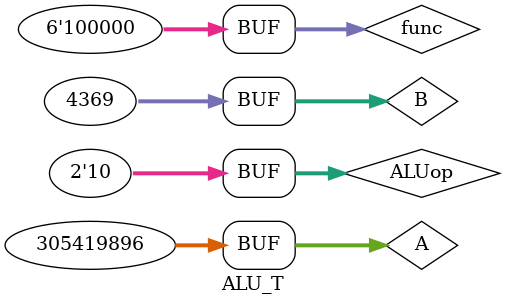
<source format=v>
`timescale 1ns / 1ps


module ALU_T;

	// Inputs
	reg [31:0] A;
	reg [31:0] B;
	reg [5:0] func;
	reg [1:0] ALUop;

	// Outputs
	wire zero;
	wire [31:0] out;

	// Instantiate the Unit Under Test (UUT)
	ALU uut (
		.A(A), 
		.B(B), 
		.func(func), 
		.ALUop(ALUop), 
		.zero(zero), 
		.out(out)
	);

	initial begin
		// Initialize Inputs
		A = 32'h12345678;
		B = 32'h00001111;
		func = 6'b100000;
		ALUop = 2'b10;

		// Wait 100 ns for global reset to finish
		#100;
        
		// Add stimulus here

	end
      
endmodule


</source>
